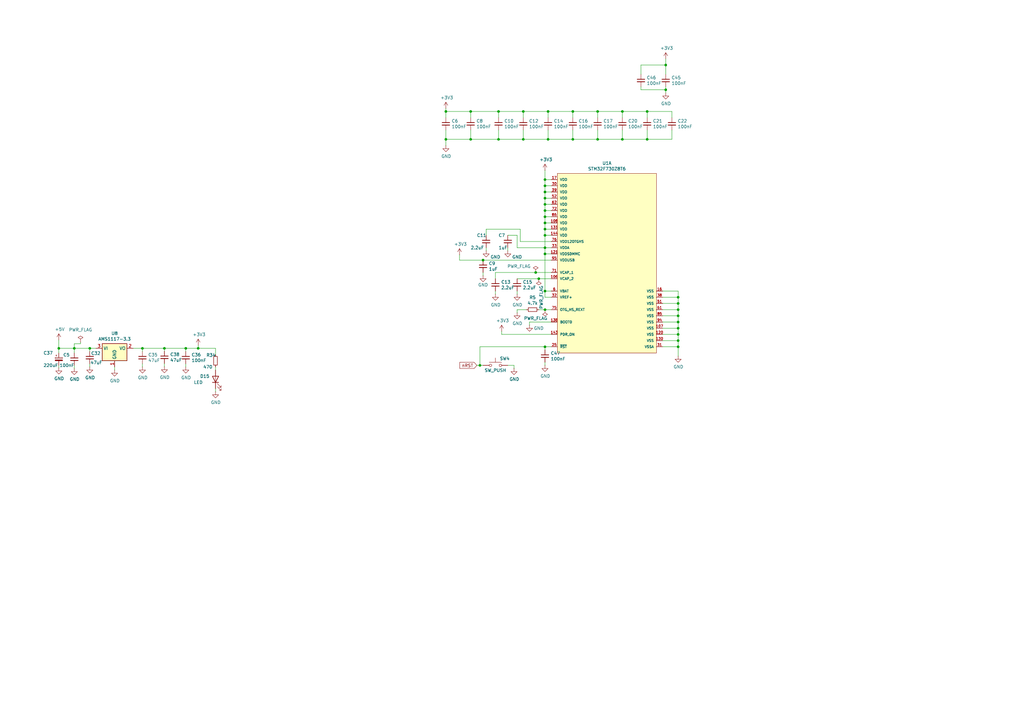
<source format=kicad_sch>
(kicad_sch (version 20250114) (generator "eeschema") (generator_version "9.0")
  (paper "A3")
  (title_block (title "Greaseweazle F7 Lighting, USB PD") (date "2023-08-27") (rev "2.08") (company "SweProj.com"))
  (lib_symbols
    (symbol "Device:C_Polarized_Small" (pin_numbers (hide yes)) (pin_names (offset 0.254) (hide yes))
      (property "Reference" "C" (at 0.254 1.778 0))
      (property "Value" "C_Polarized_Small" (at 0.254 -2.032 0))
      (symbol "C_Polarized_Small_0_1"
        (rectangle (start -1.524 0.6858) (end 1.524 0.3048))
        (rectangle (start -1.524 -0.3048) (end 1.524 -0.6858) (fill (type outline)))
        (polyline (pts (xy -1.27 1.524) (xy -0.762 1.524)))
        (polyline (pts (xy -1.016 1.27) (xy -1.016 1.778)))
      )
      (symbol "C_Polarized_Small_1_1"
        (pin passive line (at 0 2.54 270) (length 1.8542) (name "~") (number "1"))
        (pin passive line (at 0 -2.54 90) (length 1.8542) (name "~") (number "2"))
      )
    )
    (symbol "Device:C_Small" (pin_numbers (hide yes)) (pin_names (offset 0.254) (hide yes))
      (property "Reference" "C" (at 0.254 1.778 0))
      (property "Value" "C_Small" (at 0.254 -2.032 0))
      (symbol "C_Small_0_1"
        (polyline (pts (xy -1.524 0.508) (xy 1.524 0.508)) (stroke (width 0.3048)))
        (polyline (pts (xy -1.524 -0.508) (xy 1.524 -0.508)) (stroke (width 0.3302)))
      )
      (symbol "C_Small_1_1"
        (pin passive line (at 0 2.54 270) (length 2.032) (name "~") (number "1"))
        (pin passive line (at 0 -2.54 90) (length 2.032) (name "~") (number "2"))
      )
    )
    (symbol "Device:LED" (pin_numbers (hide yes)) (pin_names (offset 1.016) (hide yes))
      (property "Reference" "D" (at 0 2.54 0))
      (property "Value" "LED" (at 0 -2.54 0))
      (symbol "LED_0_1"
        (polyline (pts (xy -3.048 -0.762) (xy -4.572 -2.286) (xy -3.81 -2.286) (xy -4.572 -2.286) (xy -4.572 -1.524)))
        (polyline (pts (xy -1.778 -0.762) (xy -3.302 -2.286) (xy -2.54 -2.286) (xy -3.302 -2.286) (xy -3.302 -1.524)))
        (polyline (pts (xy -1.27 0) (xy 1.27 0)))
        (polyline (pts (xy -1.27 -1.27) (xy -1.27 1.27)) (stroke (width 0.254)))
        (polyline (pts (xy 1.27 -1.27) (xy 1.27 1.27) (xy -1.27 0) (xy 1.27 -1.27)) (stroke (width 0.254)))
      )
      (symbol "LED_1_1"
        (pin passive line (at -3.81 0 0) (length 2.54) (name "K") (number "1"))
        (pin passive line (at 3.81 0 180) (length 2.54) (name "A") (number "2"))
      )
    )
    (symbol "Device:R_Small" (pin_numbers (hide yes)) (pin_names (offset 0.254) (hide yes))
      (property "Reference" "R" (at 0 0 90))
      (property "Value" "R_Small" (at 1.778 0 90))
      (symbol "R_Small_0_1"
        (rectangle (start -0.762 1.778) (end 0.762 -1.778) (stroke (width 0.2032)))
      )
      (symbol "R_Small_1_1"
        (pin passive line (at 0 2.54 270) (length 0.762) (name "~") (number "1"))
        (pin passive line (at 0 -2.54 90) (length 0.762) (name "~") (number "2"))
      )
    )
    (symbol "Greaseweazle:STM32F730Z8T6" (pin_names (offset 1.016))
      (property "Reference" "U" (at 0 5.08 0))
      (property "Value" "STM32F730Z8T6" (at 0 7.62 0))
      (symbol "STM32F730Z8T6_1_1"
        (rectangle (start 5.08 2.54) (end 45.72 -71.12) (fill (type background)))
        (pin power_in line (at 2.54 0 0) (length 2.54) (name "VDD") (number "17"))
        (pin power_in line (at 2.54 -2.54 0) (length 2.54) (name "VDD") (number "30"))
        (pin power_in line (at 2.54 -5.08 0) (length 2.54) (name "VDD") (number "39"))
        (pin power_in line (at 2.54 -7.62 0) (length 2.54) (name "VDD") (number "52"))
        (pin power_in line (at 2.54 -10.16 0) (length 2.54) (name "VDD") (number "62"))
        (pin power_in line (at 2.54 -12.7 0) (length 2.54) (name "VDD") (number "72"))
        (pin power_in line (at 2.54 -15.24 0) (length 2.54) (name "VDD") (number "86"))
        (pin power_in line (at 2.54 -17.78 0) (length 2.54) (name "VDD") (number "108"))
        (pin power_in line (at 2.54 -20.32 0) (length 2.54) (name "VDD") (number "131"))
        (pin power_in line (at 2.54 -22.86 0) (length 2.54) (name "VDD") (number "144"))
        (pin passive line (at 2.54 -25.4 0) (length 2.54) (name "VDD12OTGHS") (number "76"))
        (pin power_in line (at 2.54 -27.94 0) (length 2.54) (name "VDDA") (number "33"))
        (pin power_in line (at 2.54 -30.48 0) (length 2.54) (name "VDDSDMMC") (number "121"))
        (pin power_in line (at 2.54 -33.02 0) (length 2.54) (name "VDDUSB") (number "95"))
        (pin power_in line (at 2.54 -38.1 0) (length 2.54) (name "VCAP_1") (number "71"))
        (pin power_in line (at 2.54 -40.64 0) (length 2.54) (name "VCAP_2") (number "106"))
        (pin power_in line (at 2.54 -45.72 0) (length 2.54) (name "VBAT") (number "6"))
        (pin power_in line (at 2.54 -48.26 0) (length 2.54) (name "VREF+") (number "32"))
        (pin power_in line (at 2.54 -53.34 0) (length 2.54) (name "OTG_HS_REXT") (number "75"))
        (pin passive line (at 2.54 -58.42 0) (length 2.54) (name "BOOT0") (number "138"))
        (pin power_in line (at 2.54 -63.5 0) (length 2.54) (name "PDR_ON") (number "143"))
        (pin input line (at 2.54 -68.58 0) (length 2.54) (name "~{RST}") (number "25"))
        (pin power_in line (at 48.26 -45.72 180) (length 2.54) (name "VSS") (number "16"))
        (pin power_in line (at 48.26 -48.26 180) (length 2.54) (name "VSS") (number "38"))
        (pin power_in line (at 48.26 -50.8 180) (length 2.54) (name "VSS") (number "51"))
        (pin power_in line (at 48.26 -53.34 180) (length 2.54) (name "VSS") (number "61"))
        (pin power_in line (at 48.26 -55.88 180) (length 2.54) (name "VSS") (number "85"))
        (pin power_in line (at 48.26 -58.42 180) (length 2.54) (name "VSS") (number "94"))
        (pin power_in line (at 48.26 -60.96 180) (length 2.54) (name "VSS") (number "107"))
        (pin power_in line (at 48.26 -63.5 180) (length 2.54) (name "VSS") (number "120"))
        (pin power_in line (at 48.26 -66.04 180) (length 2.54) (name "VSS") (number "130"))
        (pin power_in line (at 48.26 -68.58 180) (length 2.54) (name "VSSA") (number "31"))
      )
      (symbol "STM32F730Z8T6_2_1"
        (rectangle (start 5.08 2.54) (end 22.86 -83.82) (fill (type background)))
        (pin bidirectional line (at 2.54 0 0) (length 2.54) (name "PA0") (number "34"))
        (pin bidirectional line (at 2.54 -2.54 0) (length 2.54) (name "PA1") (number "35"))
        (pin bidirectional line (at 2.54 -5.08 0) (length 2.54) (name "PA2") (number "36"))
        (pin bidirectional line (at 2.54 -7.62 0) (length 2.54) (name "PA3") (number "37"))
        (pin bidirectional line (at 2.54 -10.16 0) (length 2.54) (name "PA4") (number "40"))
        (pin bidirectional line (at 2.54 -12.7 0) (length 2.54) (name "PA5") (number "41"))
        (pin bidirectional line (at 2.54 -15.24 0) (length 2.54) (name "PA6") (number "42"))
        (pin bidirectional line (at 2.54 -17.78 0) (length 2.54) (name "PA7") (number "43"))
        (pin bidirectional line (at 2.54 -20.32 0) (length 2.54) (name "PA8") (number "100"))
        (pin bidirectional line (at 2.54 -22.86 0) (length 2.54) (name "PA9") (number "101"))
        (pin bidirectional line (at 2.54 -25.4 0) (length 2.54) (name "PA10") (number "102"))
        (pin bidirectional line (at 2.54 -27.94 0) (length 2.54) (name "PA11") (number "103"))
        (pin bidirectional line (at 2.54 -30.48 0) (length 2.54) (name "PA12") (number "104"))
        (pin bidirectional line (at 2.54 -33.02 0) (length 2.54) (name "PA13") (number "105"))
        (pin bidirectional line (at 2.54 -35.56 0) (length 2.54) (name "PA14") (number "109"))
        (pin bidirectional line (at 2.54 -38.1 0) (length 2.54) (name "PA15") (number "110"))
        (pin bidirectional line (at 2.54 -43.18 0) (length 2.54) (name "PB0") (number "46"))
        (pin bidirectional line (at 2.54 -45.72 0) (length 2.54) (name "PB1") (number "47"))
        (pin bidirectional line (at 2.54 -48.26 0) (length 2.54) (name "PB2") (number "48"))
        (pin bidirectional line (at 2.54 -50.8 0) (length 2.54) (name "PB3") (number "133"))
        (pin bidirectional line (at 2.54 -53.34 0) (length 2.54) (name "PB4") (number "134"))
        (pin bidirectional line (at 2.54 -55.88 0) (length 2.54) (name "PB5") (number "135"))
        (pin bidirectional line (at 2.54 -58.42 0) (length 2.54) (name "PB6") (number "136"))
        (pin bidirectional line (at 2.54 -60.96 0) (length 2.54) (name "PB7") (number "137"))
        (pin bidirectional line (at 2.54 -63.5 0) (length 2.54) (name "PB8") (number "139"))
        (pin bidirectional line (at 2.54 -66.04 0) (length 2.54) (name "PB9") (number "140"))
        (pin bidirectional line (at 2.54 -68.58 0) (length 2.54) (name "PB10") (number "69"))
        (pin bidirectional line (at 2.54 -71.12 0) (length 2.54) (name "PB11") (number "70"))
        (pin bidirectional line (at 2.54 -73.66 0) (length 2.54) (name "PB12") (number "73"))
        (pin bidirectional line (at 2.54 -76.2 0) (length 2.54) (name "PB13") (number "74"))
        (pin bidirectional line (at 2.54 -78.74 0) (length 2.54) (name "PB14") (number "77"))
        (pin bidirectional line (at 2.54 -81.28 0) (length 2.54) (name "PB15") (number "78"))
        (pin bidirectional line (at 25.4 0 180) (length 2.54) (name "PC0") (number "26"))
        (pin bidirectional line (at 25.4 -2.54 180) (length 2.54) (name "PC1") (number "27"))
        (pin bidirectional line (at 25.4 -5.08 180) (length 2.54) (name "PC2") (number "28"))
        (pin bidirectional line (at 25.4 -7.62 180) (length 2.54) (name "PC3") (number "29"))
        (pin bidirectional line (at 25.4 -10.16 180) (length 2.54) (name "PC4") (number "44"))
        (pin bidirectional line (at 25.4 -12.7 180) (length 2.54) (name "PC5") (number "45"))
        (pin bidirectional line (at 25.4 -15.24 180) (length 2.54) (name "PC6") (number "96"))
        (pin bidirectional line (at 25.4 -17.78 180) (length 2.54) (name "PC7") (number "97"))
        (pin bidirectional line (at 25.4 -20.32 180) (length 2.54) (name "PC8") (number "98"))
        (pin bidirectional line (at 25.4 -22.86 180) (length 2.54) (name "PC9") (number "99"))
        (pin bidirectional line (at 25.4 -25.4 180) (length 2.54) (name "PC10") (number "111"))
        (pin bidirectional line (at 25.4 -27.94 180) (length 2.54) (name "PC11") (number "112"))
        (pin bidirectional line (at 25.4 -30.48 180) (length 2.54) (name "PC12") (number "113"))
        (pin bidirectional line (at 25.4 -33.02 180) (length 2.54) (name "PC13") (number "7"))
        (pin bidirectional line (at 25.4 -35.56 180) (length 2.54) (name "PC14") (number "8"))
        (pin bidirectional line (at 25.4 -38.1 180) (length 2.54) (name "PC15") (number "9"))
        (pin bidirectional line (at 25.4 -43.18 180) (length 2.54) (name "PD0") (number "114"))
        (pin bidirectional line (at 25.4 -45.72 180) (length 2.54) (name "PD1") (number "115"))
        (pin bidirectional line (at 25.4 -48.26 180) (length 2.54) (name "PD2") (number "116"))
        (pin bidirectional line (at 25.4 -50.8 180) (length 2.54) (name "PD3") (number "117"))
        (pin bidirectional line (at 25.4 -53.34 180) (length 2.54) (name "PD4") (number "118"))
        (pin bidirectional line (at 25.4 -55.88 180) (length 2.54) (name "PD5") (number "119"))
        (pin bidirectional line (at 25.4 -58.42 180) (length 2.54) (name "PD6") (number "122"))
        (pin bidirectional line (at 25.4 -60.96 180) (length 2.54) (name "PD7") (number "123"))
        (pin bidirectional line (at 25.4 -63.5 180) (length 2.54) (name "PD8") (number "79"))
        (pin bidirectional line (at 25.4 -66.04 180) (length 2.54) (name "PD9") (number "80"))
        (pin bidirectional line (at 25.4 -68.58 180) (length 2.54) (name "PD10") (number "81"))
        (pin bidirectional line (at 25.4 -71.12 180) (length 2.54) (name "PD11") (number "82"))
        (pin bidirectional line (at 25.4 -73.66 180) (length 2.54) (name "PD12") (number "83"))
        (pin bidirectional line (at 25.4 -76.2 180) (length 2.54) (name "PD13") (number "84"))
        (pin bidirectional line (at 25.4 -78.74 180) (length 2.54) (name "PD14") (number "87"))
        (pin bidirectional line (at 25.4 -81.28 180) (length 2.54) (name "PD15") (number "88"))
      )
      (symbol "STM32F730Z8T6_3_1"
        (rectangle (start 5.08 2.54) (end 22.86 -83.82) (fill (type background)))
        (pin bidirectional line (at 2.54 0 0) (length 2.54) (name "PE0") (number "141"))
        (pin bidirectional line (at 2.54 -2.54 0) (length 2.54) (name "PE1") (number "142"))
        (pin bidirectional line (at 2.54 -5.08 0) (length 2.54) (name "PE2") (number "1"))
        (pin bidirectional line (at 2.54 -7.62 0) (length 2.54) (name "PE3") (number "2"))
        (pin bidirectional line (at 2.54 -10.16 0) (length 2.54) (name "PE4") (number "3"))
        (pin bidirectional line (at 2.54 -12.7 0) (length 2.54) (name "PE5") (number "4"))
        (pin bidirectional line (at 2.54 -15.24 0) (length 2.54) (name "PE6") (number "5"))
        (pin bidirectional line (at 2.54 -17.78 0) (length 2.54) (name "PE7") (number "58"))
        (pin bidirectional line (at 2.54 -20.32 0) (length 2.54) (name "PE8") (number "59"))
        (pin bidirectional line (at 2.54 -22.86 0) (length 2.54) (name "PE9") (number "60"))
        (pin bidirectional line (at 2.54 -25.4 0) (length 2.54) (name "PE10") (number "63"))
        (pin bidirectional line (at 2.54 -27.94 0) (length 2.54) (name "PE11") (number "64"))
        (pin bidirectional line (at 2.54 -30.48 0) (length 2.54) (name "PE12") (number "65"))
        (pin bidirectional line (at 2.54 -33.02 0) (length 2.54) (name "PE13") (number "66"))
        (pin bidirectional line (at 2.54 -35.56 0) (length 2.54) (name "PE14") (number "67"))
        (pin bidirectional line (at 2.54 -38.1 0) (length 2.54) (name "PE15") (number "68"))
        (pin bidirectional line (at 2.54 -43.18 0) (length 2.54) (name "PF0") (number "10"))
        (pin bidirectional line (at 2.54 -45.72 0) (length 2.54) (name "PF1") (number "11"))
        (pin bidirectional line (at 2.54 -48.26 0) (length 2.54) (name "PF2") (number "12"))
        (pin bidirectional line (at 2.54 -50.8 0) (length 2.54) (name "PF3") (number "13"))
        (pin bidirectional line (at 2.54 -53.34 0) (length 2.54) (name "PF4") (number "14"))
        (pin bidirectional line (at 2.54 -55.88 0) (length 2.54) (name "PF5") (number "15"))
        (pin bidirectional line (at 2.54 -58.42 0) (length 2.54) (name "PF6") (number "18"))
        (pin bidirectional line (at 2.54 -60.96 0) (length 2.54) (name "PF7") (number "19"))
        (pin bidirectional line (at 2.54 -63.5 0) (length 2.54) (name "PF8") (number "20"))
        (pin bidirectional line (at 2.54 -66.04 0) (length 2.54) (name "PF9") (number "21"))
        (pin bidirectional line (at 2.54 -68.58 0) (length 2.54) (name "PF10") (number "22"))
        (pin bidirectional line (at 2.54 -71.12 0) (length 2.54) (name "PF11") (number "49"))
        (pin bidirectional line (at 2.54 -73.66 0) (length 2.54) (name "PF12") (number "50"))
        (pin bidirectional line (at 2.54 -76.2 0) (length 2.54) (name "PF13") (number "53"))
        (pin bidirectional line (at 2.54 -78.74 0) (length 2.54) (name "PF14") (number "54"))
        (pin bidirectional line (at 2.54 -81.28 0) (length 2.54) (name "PF15") (number "55"))
        (pin bidirectional line (at 25.4 0 180) (length 2.54) (name "PG0") (number "56"))
        (pin bidirectional line (at 25.4 -2.54 180) (length 2.54) (name "PG1") (number "57"))
        (pin bidirectional line (at 25.4 -5.08 180) (length 2.54) (name "PG2") (number "89"))
        (pin bidirectional line (at 25.4 -7.62 180) (length 2.54) (name "PG3") (number "90"))
        (pin bidirectional line (at 25.4 -10.16 180) (length 2.54) (name "PG4") (number "91"))
        (pin bidirectional line (at 25.4 -12.7 180) (length 2.54) (name "PG5") (number "92"))
        (pin bidirectional line (at 25.4 -15.24 180) (length 2.54) (name "PG8") (number "93"))
        (pin bidirectional line (at 25.4 -17.78 180) (length 2.54) (name "PG9") (number "124"))
        (pin bidirectional line (at 25.4 -20.32 180) (length 2.54) (name "PG10") (number "125"))
        (pin bidirectional line (at 25.4 -22.86 180) (length 2.54) (name "PG11") (number "126"))
        (pin bidirectional line (at 25.4 -25.4 180) (length 2.54) (name "PG12") (number "127"))
        (pin bidirectional line (at 25.4 -27.94 180) (length 2.54) (name "PG13") (number "128"))
        (pin bidirectional line (at 25.4 -30.48 180) (length 2.54) (name "PG14") (number "129"))
        (pin bidirectional line (at 25.4 -33.02 180) (length 2.54) (name "PG15") (number "132"))
        (pin bidirectional line (at 25.4 -43.18 180) (length 2.54) (name "PH0") (number "23"))
        (pin bidirectional line (at 25.4 -45.72 180) (length 2.54) (name "PH1") (number "24"))
      )
    )
    (symbol "Regulator_Linear:AMS1117-3.3"
      (property "Reference" "U" (at -3.81 3.175 0))
      (property "Value" "AMS1117-3.3" (at 0 3.175 0))
      (symbol "AMS1117-3.3_0_1"
        (rectangle (start -5.08 -5.08) (end 5.08 1.905) (stroke (width 0.254)) (fill (type background)))
      )
      (symbol "AMS1117-3.3_1_1"
        (pin power_in line (at -7.62 0 0) (length 2.54) (name "VI") (number "3"))
        (pin power_in line (at 0 -7.62 90) (length 2.54) (name "GND") (number "1"))
        (pin power_out line (at 7.62 0 180) (length 2.54) (name "VO") (number "2"))
      )
    )
    (symbol "Switch:SW_Push" (pin_numbers (hide yes)) (pin_names (offset 1.016) (hide yes))
      (property "Reference" "SW" (at 1.27 2.54 0))
      (property "Value" "SW_Push" (at 0 -1.524 0))
      (symbol "SW_Push_0_1"
        (circle (center -2.032 0) (radius 0.508))
        (polyline (pts (xy 0 1.27) (xy 0 3.048)))
        (circle (center 2.032 0) (radius 0.508))
        (polyline (pts (xy 2.54 1.27) (xy -2.54 1.27)))
        (pin passive line (at -5.08 0 0) (length 2.54) (name "1") (number "1"))
        (pin passive line (at 5.08 0 180) (length 2.54) (name "2") (number "2"))
      )
    )
    (symbol "power:+3.3V" (power) (pin_numbers (hide yes)) (pin_names (offset 0) (hide yes))
      (property "Value" "+3.3V" (at 0 3.556 0))
      (symbol "+3.3V_0_1"
        (polyline (pts (xy -0.762 1.27) (xy 0 2.54)))
        (polyline (pts (xy 0 2.54) (xy 0.762 1.27)))
        (polyline (pts (xy 0 0) (xy 0 2.54)))
      )
      (symbol "+3.3V_1_1"
        (pin power_in line (at 0 0 90) (length 0) (name "~") (number "1"))
      )
    )
    (symbol "power:+3V3" (power) (pin_numbers (hide yes)) (pin_names (offset 0) (hide yes))
      (property "Value" "+3V3" (at 0 3.556 0))
      (symbol "+3V3_0_1"
        (polyline (pts (xy -0.762 1.27) (xy 0 2.54)))
        (polyline (pts (xy 0 2.54) (xy 0.762 1.27)))
        (polyline (pts (xy 0 0) (xy 0 2.54)))
      )
      (symbol "+3V3_1_1"
        (pin power_in line (at 0 0 90) (length 0) (name "~") (number "1"))
      )
    )
    (symbol "power:+5V" (power) (pin_numbers (hide yes)) (pin_names (offset 0) (hide yes))
      (property "Value" "+5V" (at 0 3.556 0))
      (symbol "+5V_0_1"
        (polyline (pts (xy -0.762 1.27) (xy 0 2.54)))
        (polyline (pts (xy 0 2.54) (xy 0.762 1.27)))
        (polyline (pts (xy 0 0) (xy 0 2.54)))
      )
      (symbol "+5V_1_1"
        (pin power_in line (at 0 0 90) (length 0) (name "~") (number "1"))
      )
    )
    (symbol "power:GND" (power) (pin_numbers (hide yes)) (pin_names (offset 0) (hide yes))
      (property "Value" "GND" (at 0 -3.81 0))
      (symbol "GND_0_1"
        (polyline (pts (xy 0 0) (xy 0 -1.27) (xy 1.27 -1.27) (xy 0 -2.54) (xy -1.27 -1.27) (xy 0 -1.27)))
      )
      (symbol "GND_1_1"
        (pin power_in line (at 0 0 270) (length 0) (name "~") (number "1"))
      )
    )
    (symbol "power:PWR_FLAG" (power) (pin_numbers (hide yes)) (pin_names (offset 0) (hide yes))
      (property "Value" "PWR_FLAG" (at 0 3.81 0))
      (symbol "PWR_FLAG_0_0"
        (pin power_out line (at 0 0 90) (length 0) (name "~") (number "1"))
      )
      (symbol "PWR_FLAG_0_1"
        (polyline (pts (xy 0 0) (xy 0 1.27) (xy -1.016 1.905) (xy 0 2.54) (xy 1.016 1.905) (xy 0 1.27)))
      )
    )
  )
  (junction (at 198.12 106.68))
  (junction (at 67.437 142.875))
  (junction (at 193.04 45.72))
  (junction (at 224.79 45.72))
  (junction (at 223.52 83.82))
  (junction (at 234.95 45.72))
  (junction (at 223.52 86.36))
  (junction (at 223.52 142.24))
  (junction (at 265.43 57.15))
  (junction (at 214.63 45.72))
  (junction (at 81.28 142.875))
  (junction (at 255.27 57.15))
  (junction (at 223.52 78.74))
  (junction (at 265.43 45.72))
  (junction (at 223.52 101.6))
  (junction (at 204.47 45.72))
  (junction (at 36.83 142.875))
  (junction (at 182.88 45.72))
  (junction (at 245.11 45.72))
  (junction (at 214.63 57.15))
  (junction (at 58.42 142.875))
  (junction (at 219.71 111.76))
  (junction (at 196.85 149.86))
  (junction (at 278.13 139.7))
  (junction (at 245.11 57.15))
  (junction (at 223.52 96.52))
  (junction (at 24.13 142.875))
  (junction (at 278.13 132.08))
  (junction (at 224.79 57.15))
  (junction (at 223.52 81.28))
  (junction (at 223.52 91.44))
  (junction (at 223.52 93.98))
  (junction (at 255.27 45.72))
  (junction (at 273.05 36.83))
  (junction (at 204.47 57.15))
  (junction (at 234.95 57.15))
  (junction (at 278.13 121.92))
  (junction (at 278.13 137.16))
  (junction (at 278.13 127))
  (junction (at 30.48 142.875))
  (junction (at 278.13 124.46))
  (junction (at 223.52 73.66))
  (junction (at 223.52 119.38))
  (junction (at 193.04 57.15))
  (junction (at 220.98 114.3))
  (junction (at 223.52 76.2))
  (junction (at 273.05 26.67))
  (junction (at 278.13 129.54))
  (junction (at 182.88 57.15))
  (junction (at 76.2 142.875))
  (junction (at 223.5399 127))
  (junction (at 278.13 134.62))
  (junction (at 223.52 104.14))
  (junction (at 223.52 88.9))
  (junction (at 278.13 142.24))
  (wire (pts (xy 255.27 57.15) (xy 265.43 57.15)))
  (wire (pts (xy 67.437 149.098) (xy 67.437 150.368)))
  (wire (pts (xy 205.74 137.16) (xy 205.74 135.89)))
  (wire (pts (xy 212.09 127) (xy 215.9 127)))
  (wire (pts (xy 223.52 76.2) (xy 223.52 78.74)))
  (wire (pts (xy 198.12 111.76) (xy 198.12 113.03)))
  (wire (pts (xy 224.79 45.72) (xy 234.95 45.72)))
  (wire (pts (xy 226.06 101.6) (xy 223.52 101.6)))
  (wire (pts (xy 214.63 57.15) (xy 224.79 57.15)))
  (wire (pts (xy 217.17 132.08) (xy 217.17 133.35)))
  (wire (pts (xy 196.85 142.24) (xy 223.52 142.24)))
  (wire (pts (xy 271.78 129.54) (xy 278.13 129.54)))
  (wire (pts (xy 81.28 142.875) (xy 88.392 142.875)))
  (wire (pts (xy 24.13 149.86) (xy 24.13 150.876)))
  (wire (pts (xy 88.392 142.875) (xy 88.392 145.415)))
  (wire (pts (xy 193.04 57.15) (xy 204.47 57.15)))
  (wire (pts (xy 223.52 78.74) (xy 223.52 81.28)))
  (wire (pts (xy 271.78 127) (xy 278.13 127)))
  (wire (pts (xy 24.13 142.875) (xy 24.13 144.78)))
  (wire (pts (xy 199.39 101.6) (xy 199.39 102.87)))
  (wire (pts (xy 204.47 45.72) (xy 214.63 45.72)))
  (wire (pts (xy 214.63 48.26) (xy 214.63 45.72)))
  (wire (pts (xy 278.13 142.24) (xy 278.13 146.05)))
  (wire (pts (xy 76.2 144.145) (xy 76.2 142.875)))
  (wire (pts (xy 204.47 57.15) (xy 214.63 57.15)))
  (wire (pts (xy 203.2 119.38) (xy 203.2 120.65)))
  (wire (pts (xy 223.52 86.36) (xy 226.06 86.36)))
  (wire (pts (xy 278.13 132.08) (xy 278.13 134.62)))
  (wire (pts (xy 224.79 57.15) (xy 234.95 57.15)))
  (wire (pts (xy 214.63 45.72) (xy 224.79 45.72)))
  (wire (pts (xy 223.5399 127) (xy 226.06 127)))
  (wire (pts (xy 245.11 45.72) (xy 255.27 45.72)))
  (wire (pts (xy 271.78 121.92) (xy 278.13 121.92)))
  (wire (pts (xy 33.02 140.97) (xy 33.02 140.335)))
  (wire (pts (xy 88.392 160.655) (xy 88.392 159.385)))
  (wire (pts (xy 271.78 124.46) (xy 278.13 124.46)))
  (wire (pts (xy 182.88 53.34) (xy 182.88 57.15)))
  (wire (pts (xy 262.89 35.56) (xy 262.89 36.83)))
  (wire (pts (xy 182.88 44.45) (xy 182.88 45.72)))
  (wire (pts (xy 182.88 57.15) (xy 193.04 57.15)))
  (wire (pts (xy 234.95 48.26) (xy 234.95 45.72)))
  (wire (pts (xy 223.52 86.36) (xy 223.52 88.9)))
  (wire (pts (xy 199.39 96.52) (xy 199.39 93.98)))
  (wire (pts (xy 223.52 83.82) (xy 226.06 83.82)))
  (wire (pts (xy 76.2 149.225) (xy 76.2 150.495)))
  (wire (pts (xy 271.78 142.24) (xy 278.13 142.24)))
  (wire (pts (xy 30.48 140.97) (xy 33.02 140.97)))
  (wire (pts (xy 245.11 57.15) (xy 255.27 57.15)))
  (wire (pts (xy 278.13 129.54) (xy 278.13 132.08)))
  (wire (pts (xy 278.13 139.7) (xy 278.13 142.24)))
  (wire (pts (xy 46.99 150.495) (xy 46.99 151.765)))
  (wire (pts (xy 212.09 101.6) (xy 223.52 101.6)))
  (wire (pts (xy 220.98 127) (xy 223.5399 127)))
  (wire (pts (xy 226.06 119.38) (xy 223.52 119.38)))
  (wire (pts (xy 223.52 83.82) (xy 223.52 86.36)))
  (wire (pts (xy 208.28 149.86) (xy 210.82 149.86)))
  (wire (pts (xy 213.36 99.06) (xy 226.06 99.06)))
  (wire (pts (xy 234.95 53.34) (xy 234.95 57.15)))
  (wire (pts (xy 67.437 142.875) (xy 76.2 142.875)))
  (wire (pts (xy 223.52 91.44) (xy 223.52 93.98)))
  (wire (pts (xy 223.52 76.2) (xy 226.06 76.2)))
  (wire (pts (xy 76.2 142.875) (xy 81.28 142.875)))
  (wire (pts (xy 226.06 137.16) (xy 205.74 137.16)))
  (wire (pts (xy 208.28 101.6) (xy 208.28 102.87)))
  (wire (pts (xy 223.52 81.28) (xy 223.52 83.82)))
  (wire (pts (xy 271.78 137.16) (xy 278.13 137.16)))
  (wire (pts (xy 271.78 132.08) (xy 278.13 132.08)))
  (wire (pts (xy 223.52 78.74) (xy 226.06 78.74)))
  (wire (pts (xy 198.12 106.68) (xy 226.06 106.68)))
  (wire (pts (xy 273.05 26.67) (xy 273.05 30.48)))
  (wire (pts (xy 262.89 26.67) (xy 273.05 26.67)))
  (wire (pts (xy 234.95 45.72) (xy 245.11 45.72)))
  (wire (pts (xy 226.06 132.08) (xy 217.17 132.08)))
  (wire (pts (xy 275.59 48.26) (xy 275.59 45.72)))
  (wire (pts (xy 182.88 45.72) (xy 182.88 48.26)))
  (wire (pts (xy 234.95 57.15) (xy 245.11 57.15)))
  (wire (pts (xy 265.43 48.26) (xy 265.43 45.72)))
  (wire (pts (xy 193.04 45.72) (xy 193.04 48.26)))
  (wire (pts (xy 278.13 119.38) (xy 278.13 121.92)))
  (wire (pts (xy 212.09 119.38) (xy 212.09 120.65)))
  (wire (pts (xy 255.27 53.34) (xy 255.27 57.15)))
  (wire (pts (xy 188.468 106.68) (xy 198.12 106.68)))
  (wire (pts (xy 223.52 101.6) (xy 223.52 96.52)))
  (wire (pts (xy 58.42 144.145) (xy 58.42 142.875)))
  (wire (pts (xy 67.437 142.875) (xy 67.437 144.018)))
  (wire (pts (xy 36.83 142.875) (xy 39.37 142.875)))
  (wire (pts (xy 223.52 104.14) (xy 223.52 101.6)))
  (wire (pts (xy 278.13 124.46) (xy 278.13 127)))
  (wire (pts (xy 255.27 45.72) (xy 265.43 45.72)))
  (wire (pts (xy 223.52 119.38) (xy 223.52 104.14)))
  (wire (pts (xy 278.13 137.16) (xy 278.13 139.7)))
  (wire (pts (xy 223.52 81.28) (xy 226.06 81.28)))
  (wire (pts (xy 182.88 45.72) (xy 193.04 45.72)))
  (wire (pts (xy 210.82 149.86) (xy 210.82 151.13)))
  (wire (pts (xy 193.04 53.34) (xy 193.04 57.15)))
  (wire (pts (xy 219.71 111.76) (xy 226.06 111.76)))
  (wire (pts (xy 213.36 93.98) (xy 213.36 99.06)))
  (wire (pts (xy 255.27 48.26) (xy 255.27 45.72)))
  (wire (pts (xy 273.05 35.56) (xy 273.05 36.83)))
  (wire (pts (xy 204.47 45.72) (xy 204.47 48.26)))
  (wire (pts (xy 199.39 93.98) (xy 213.36 93.98)))
  (wire (pts (xy 24.13 142.875) (xy 30.48 142.875)))
  (wire (pts (xy 223.52 142.24) (xy 223.52 143.51)))
  (wire (pts (xy 196.85 149.86) (xy 198.12 149.86)))
  (wire (pts (xy 223.52 93.98) (xy 226.06 93.98)))
  (wire (pts (xy 223.52 88.9) (xy 223.52 91.44)))
  (wire (pts (xy 245.11 53.34) (xy 245.11 57.15)))
  (wire (pts (xy 226.06 121.92) (xy 223.52 121.92)))
  (wire (pts (xy 223.52 93.98) (xy 223.52 96.52)))
  (wire (pts (xy 226.06 104.14) (xy 223.52 104.14)))
  (wire (pts (xy 81.28 142.875) (xy 81.28 141.605)))
  (wire (pts (xy 275.59 53.34) (xy 275.59 57.15)))
  (wire (pts (xy 278.13 121.92) (xy 278.13 124.46)))
  (wire (pts (xy 214.63 53.34) (xy 214.63 57.15)))
  (wire (pts (xy 58.42 142.875) (xy 67.437 142.875)))
  (wire (pts (xy 223.52 142.24) (xy 226.06 142.24)))
  (wire (pts (xy 226.06 73.66) (xy 223.52 73.66)))
  (wire (pts (xy 212.09 114.3) (xy 220.98 114.3)))
  (wire (pts (xy 188.468 104.521) (xy 188.468 106.68)))
  (wire (pts (xy 58.42 149.225) (xy 58.42 150.495)))
  (wire (pts (xy 223.52 121.92) (xy 223.52 119.38)))
  (wire (pts (xy 30.48 142.875) (xy 36.83 142.875)))
  (wire (pts (xy 203.2 114.3) (xy 203.2 111.76)))
  (wire (pts (xy 220.98 114.3) (xy 226.06 114.3)))
  (wire (pts (xy 223.52 91.44) (xy 226.06 91.44)))
  (wire (pts (xy 212.09 128.27) (xy 212.09 127)))
  (wire (pts (xy 193.04 45.72) (xy 204.47 45.72)))
  (wire (pts (xy 278.13 127) (xy 278.13 129.54)))
  (wire (pts (xy 265.43 57.15) (xy 275.59 57.15)))
  (wire (pts (xy 265.43 45.72) (xy 275.59 45.72)))
  (wire (pts (xy 223.52 73.66) (xy 223.52 69.85)))
  (wire (pts (xy 273.05 24.13) (xy 273.05 26.67)))
  (wire (pts (xy 271.78 134.62) (xy 278.13 134.62)))
  (wire (pts (xy 54.61 142.875) (xy 58.42 142.875)))
  (wire (pts (xy 223.52 148.59) (xy 223.52 149.86)))
  (wire (pts (xy 278.13 134.62) (xy 278.13 137.16)))
  (wire (pts (xy 265.43 53.34) (xy 265.43 57.15)))
  (wire (pts (xy 224.79 45.72) (xy 224.79 48.26)))
  (wire (pts (xy 223.52 73.66) (xy 223.52 76.2)))
  (wire (pts (xy 30.48 149.86) (xy 30.48 151.13)))
  (wire (pts (xy 196.85 142.24) (xy 196.85 149.86)))
  (wire (pts (xy 223.52 96.52) (xy 226.06 96.52)))
  (wire (pts (xy 195.58 149.86) (xy 196.85 149.86)))
  (wire (pts (xy 245.11 45.72) (xy 245.11 48.26)))
  (wire (pts (xy 262.89 36.83) (xy 273.05 36.83)))
  (wire (pts (xy 223.52 88.9) (xy 226.06 88.9)))
  (wire (pts (xy 30.48 142.875) (xy 30.48 144.78)))
  (wire (pts (xy 30.48 140.97) (xy 30.48 142.875)))
  (wire (pts (xy 273.05 36.83) (xy 273.05 38.1)))
  (wire (pts (xy 208.28 96.52) (xy 212.09 96.52)))
  (wire (pts (xy 24.13 139.446) (xy 24.13 142.875)))
  (wire (pts (xy 182.88 57.15) (xy 182.88 59.69)))
  (wire (pts (xy 203.2 111.76) (xy 219.71 111.76)))
  (wire (pts (xy 271.78 139.7) (xy 278.13 139.7)))
  (wire (pts (xy 271.78 119.38) (xy 278.13 119.38)))
  (wire (pts (xy 212.09 96.52) (xy 212.09 101.6)))
  (wire (pts (xy 36.83 149.225) (xy 36.83 150.495)))
  (wire (pts (xy 262.89 30.48) (xy 262.89 26.67)))
  (wire (pts (xy 36.83 142.875) (xy 36.83 144.145)))
  (wire (pts (xy 224.79 53.34) (xy 224.79 57.15)))
  (wire (pts (xy 204.47 53.34) (xy 204.47 57.15)))
  (wire (pts (xy 88.392 150.495) (xy 88.392 151.765)))
  (global_label "nRST" (shape input) (at 195.58 149.86 180) (property "Intersheetrefs" "${INTERSHEET_REFS}" (effects (hide yes))))
  (symbol (lib_id "Device:C_Small") (at 223.52 146.05 0) (unit 1)
    (property "Reference" "C47" (at 225.8568 144.8816 0) (effects (justify left)))
    (property "Value" "100nF" (at 225.8568 147.193 0) (effects (justify left)))
    (property "Footprint" "Capacitor_SMD:C_0402_1005Metric" (effects (hide yes)))
    (property "Description" "Unpolarized capacitor, small symbol" (effects (hide yes)))
    (property "LCSC" "C1525" (effects (hide yes)))
  )
  (symbol (lib_id "power:GND") (at 223.52 149.86 0) (unit 1)
    (property "Reference" "#PWR0131" (effects (hide yes)))
    (property "Value" "GND" (at 223.647 154.2542 0))
    (property "Description" "Power symbol creates a global label with name \"GND\" , ground" (effects (hide yes)))
  )
  (symbol (lib_id "power:GND") (at 210.82 151.13 0) (unit 1)
    (property "Reference" "#PWR0132" (effects (hide yes)))
    (property "Value" "GND" (at 210.947 155.5242 0))
    (property "Description" "Power symbol creates a global label with name \"GND\" , ground" (effects (hide yes)))
  )
  (symbol (lib_id "Greaseweazle:STM32F730Z8T6") (at 223.52 73.66 0) (unit 1)
    (property "Reference" "U1" (at 248.92 66.929 0))
    (property "Value" "STM32F730Z8T6" (at 248.92 69.2404 0))
    (property "Footprint" "sm6uax:STMicroelectronics-LQFP144-1A-0-3-IPC_A" (effects (hide yes)))
    (property "Datasheet" "https://www.st.com/resource/en/datasheet/stm32f730r8.pdf" (effects (hide yes)))
    (property "Description" "STM32F730Z8T6" (effects (hide yes)))
    (property "LCSC" "C508478" (effects (hide yes)))
  )
  (symbol (lib_id "Device:C_Small") (at 275.59 50.8 0) (unit 1)
    (property "Reference" "C22" (at 277.9268 49.6316 0) (effects (justify left)))
    (property "Value" "100nF" (at 277.9268 51.943 0) (effects (justify left)))
    (property "Footprint" "Capacitor_SMD:C_0402_1005Metric" (effects (hide yes)))
    (property "Description" "Unpolarized capacitor, small symbol" (effects (hide yes)))
    (property "LCSC" "C1525" (effects (hide yes)))
  )
  (symbol (lib_id "Device:C_Small") (at 265.43 50.8 0) (unit 1)
    (property "Reference" "C21" (at 267.7668 49.6316 0) (effects (justify left)))
    (property "Value" "100nF" (at 267.7668 51.943 0) (effects (justify left)))
    (property "Footprint" "Capacitor_SMD:C_0402_1005Metric" (effects (hide yes)))
    (property "Description" "Unpolarized capacitor, small symbol" (effects (hide yes)))
    (property "LCSC" "C1525" (effects (hide yes)))
  )
  (symbol (lib_id "Device:C_Small") (at 255.27 50.8 0) (unit 1)
    (property "Reference" "C20" (at 257.6068 49.6316 0) (effects (justify left)))
    (property "Value" "100nF" (at 257.6068 51.943 0) (effects (justify left)))
    (property "Footprint" "Capacitor_SMD:C_0402_1005Metric" (effects (hide yes)))
    (property "Description" "Unpolarized capacitor, small symbol" (effects (hide yes)))
    (property "LCSC" "C1525" (effects (hide yes)))
  )
  (symbol (lib_id "Device:C_Small") (at 245.11 50.8 0) (unit 1)
    (property "Reference" "C17" (at 247.4468 49.6316 0) (effects (justify left)))
    (property "Value" "100nF" (at 247.4468 51.943 0) (effects (justify left)))
    (property "Footprint" "Capacitor_SMD:C_0402_1005Metric" (effects (hide yes)))
    (property "Description" "Unpolarized capacitor, small symbol" (effects (hide yes)))
    (property "LCSC" "C1525" (effects (hide yes)))
  )
  (symbol (lib_id "Device:C_Small") (at 234.95 50.8 0) (unit 1)
    (property "Reference" "C16" (at 237.2868 49.6316 0) (effects (justify left)))
    (property "Value" "100nF" (at 237.2868 51.943 0) (effects (justify left)))
    (property "Footprint" "Capacitor_SMD:C_0402_1005Metric" (effects (hide yes)))
    (property "Description" "Unpolarized capacitor, small symbol" (effects (hide yes)))
    (property "LCSC" "C1525" (effects (hide yes)))
  )
  (symbol (lib_id "Device:C_Small") (at 224.79 50.8 0) (unit 1)
    (property "Reference" "C14" (at 227.1268 49.6316 0) (effects (justify left)))
    (property "Value" "100nF" (at 227.1268 51.943 0) (effects (justify left)))
    (property "Footprint" "Capacitor_SMD:C_0402_1005Metric" (effects (hide yes)))
    (property "Description" "Unpolarized capacitor, small symbol" (effects (hide yes)))
    (property "LCSC" "C1525" (effects (hide yes)))
  )
  (symbol (lib_id "Device:C_Small") (at 214.63 50.8 0) (unit 1)
    (property "Reference" "C12" (at 216.9668 49.6316 0) (effects (justify left)))
    (property "Value" "100nF" (at 216.9668 51.943 0) (effects (justify left)))
    (property "Footprint" "Capacitor_SMD:C_0402_1005Metric" (effects (hide yes)))
    (property "Description" "Unpolarized capacitor, small symbol" (effects (hide yes)))
    (property "LCSC" "C1525" (effects (hide yes)))
  )
  (symbol (lib_id "Device:C_Small") (at 204.47 50.8 0) (unit 1)
    (property "Reference" "C10" (at 206.8068 49.6316 0) (effects (justify left)))
    (property "Value" "100nF" (at 206.8068 51.943 0) (effects (justify left)))
    (property "Footprint" "Capacitor_SMD:C_0402_1005Metric" (effects (hide yes)))
    (property "Description" "Unpolarized capacitor, small symbol" (effects (hide yes)))
    (property "LCSC" "C1525" (effects (hide yes)))
  )
  (symbol (lib_id "Device:C_Small") (at 193.04 50.8 0) (unit 1)
    (property "Reference" "C8" (at 195.3768 49.6316 0) (effects (justify left)))
    (property "Value" "100nF" (at 195.3768 51.943 0) (effects (justify left)))
    (property "Footprint" "Capacitor_SMD:C_0402_1005Metric" (effects (hide yes)))
    (property "Description" "Unpolarized capacitor, small symbol" (effects (hide yes)))
    (property "LCSC" "C1525" (effects (hide yes)))
  )
  (symbol (lib_id "Device:C_Small") (at 182.88 50.8 0) (unit 1)
    (property "Reference" "C6" (at 185.2168 49.6316 0) (effects (justify left)))
    (property "Value" "100nF" (at 185.2168 51.943 0) (effects (justify left)))
    (property "Footprint" "Capacitor_SMD:C_0402_1005Metric" (effects (hide yes)))
    (property "Description" "Unpolarized capacitor, small symbol" (effects (hide yes)))
    (property "LCSC" "C1525" (effects (hide yes)))
  )
  (symbol (lib_id "Device:C_Small") (at 208.28 99.06 0) (unit 1)
    (property "Reference" "C7" (at 204.47 96.52 0) (effects (justify left)))
    (property "Value" "1uF" (at 204.47 101.6 0) (effects (justify left)))
    (property "Footprint" "Capacitor_SMD:C_0603_1608Metric" (effects (hide yes)))
    (property "Description" "Unpolarized capacitor, small symbol" (effects (hide yes)))
    (property "LCSC" "C15849" (effects (hide yes)))
  )
  (symbol (lib_id "Device:C_Small") (at 198.12 109.22 0) (unit 1)
    (property "Reference" "C9" (at 200.4568 108.0516 0) (effects (justify left)))
    (property "Value" "1uF" (at 200.4568 110.363 0) (effects (justify left)))
    (property "Footprint" "Capacitor_SMD:C_0603_1608Metric" (effects (hide yes)))
    (property "Description" "Unpolarized capacitor, small symbol" (effects (hide yes)))
    (property "LCSC" "C15849" (effects (hide yes)))
  )
  (symbol (lib_id "Device:R_Small") (at 218.44 127 270) (unit 1)
    (property "Reference" "R5" (at 218.44 122.0216 90))
    (property "Value" "4.7k" (at 218.44 124.333 90))
    (property "Footprint" "Resistor_SMD:R_0402_1005Metric" (effects (hide yes)))
    (property "Description" "Resistor, small symbol" (effects (hide yes)))
    (property "LCSC" "C25900" (effects (hide yes)))
  )
  (symbol (lib_id "power:GND") (at 212.09 128.27 0) (unit 1)
    (property "Reference" "#PWR011" (effects (hide yes)))
    (property "Value" "GND" (at 212.217 132.6642 0))
    (property "Description" "Power symbol creates a global label with name \"GND\" , ground" (effects (hide yes)))
  )
  (symbol (lib_id "power:+3.3V") (at 182.88 44.45 0) (unit 1)
    (property "Reference" "#PWR0101" (effects (hide yes)))
    (property "Value" "+3V3" (at 183.261 40.0558 0))
    (property "Description" "Power symbol creates a global label with name \"+3.3V\"" (effects (hide yes)))
  )
  (symbol (lib_id "power:GND") (at 182.88 59.69 0) (unit 1)
    (property "Reference" "#PWR0109" (effects (hide yes)))
    (property "Value" "GND" (at 183.007 64.0842 0))
    (property "Description" "Power symbol creates a global label with name \"GND\" , ground" (effects (hide yes)))
  )
  (symbol (lib_id "power:+3V3") (at 223.52 69.85 0) (unit 1)
    (property "Reference" "#PWR0152" (effects (hide yes)))
    (property "Value" "+3V3" (at 223.901 65.4558 0))
    (property "Description" "Power symbol creates a global label with name \"+3V3\"" (effects (hide yes)))
  )
  (symbol (lib_id "power:GND") (at 278.13 146.05 0) (unit 1)
    (property "Reference" "#PWR0153" (effects (hide yes)))
    (property "Value" "GND" (at 278.257 150.4442 0))
    (property "Description" "Power symbol creates a global label with name \"GND\" , ground" (effects (hide yes)))
  )
  (symbol (lib_id "Device:C_Small") (at 203.2 116.84 0) (unit 1)
    (property "Reference" "C13" (at 205.5368 115.6716 0) (effects (justify left)))
    (property "Value" "2.2uF" (at 205.5368 117.983 0) (effects (justify left)))
    (property "Footprint" "Capacitor_SMD:C_0603_1608Metric" (effects (hide yes)))
    (property "Description" "Unpolarized capacitor, small symbol" (effects (hide yes)))
    (property "LCSC" "C23630" (effects (hide yes)))
  )
  (symbol (lib_id "power:GND") (at 203.2 120.65 0) (unit 1)
    (property "Reference" "#PWR0154" (effects (hide yes)))
    (property "Value" "GND" (at 203.327 125.0442 0))
    (property "Description" "Power symbol creates a global label with name \"GND\" , ground" (effects (hide yes)))
  )
  (symbol (lib_id "Device:C_Small") (at 212.09 116.84 0) (unit 1)
    (property "Reference" "C15" (at 214.4268 115.6716 0) (effects (justify left)))
    (property "Value" "2.2uF" (at 214.4268 117.983 0) (effects (justify left)))
    (property "Footprint" "Capacitor_SMD:C_0603_1608Metric" (effects (hide yes)))
    (property "Description" "Unpolarized capacitor, small symbol" (effects (hide yes)))
    (property "LCSC" "C23630" (effects (hide yes)))
  )
  (symbol (lib_id "power:GND") (at 212.09 120.65 0) (unit 1)
    (property "Reference" "#PWR0158" (effects (hide yes)))
    (property "Value" "GND" (at 212.217 125.0442 0))
    (property "Description" "Power symbol creates a global label with name \"GND\" , ground" (effects (hide yes)))
  )
  (symbol (lib_id "power:GND") (at 217.17 133.35 0) (unit 1)
    (property "Reference" "#PWR0155" (effects (hide yes)))
    (property "Value" "GND" (at 220.98 134.62 0))
    (property "Description" "Power symbol creates a global label with name \"GND\" , ground" (effects (hide yes)))
  )
  (symbol (lib_id "power:+3V3") (at 205.74 135.89 0) (unit 1)
    (property "Reference" "#PWR0156" (effects (hide yes)))
    (property "Value" "+3V3" (at 206.121 131.4958 0))
    (property "Description" "Power symbol creates a global label with name \"+3V3\"" (effects (hide yes)))
  )
  (symbol (lib_id "Device:C_Small") (at 199.39 99.06 0) (unit 1)
    (property "Reference" "C11" (at 195.58 96.52 0) (effects (justify left)))
    (property "Value" "2.2uF" (at 193.04 101.6 0) (effects (justify left)))
    (property "Footprint" "Capacitor_SMD:C_0603_1608Metric" (effects (hide yes)))
    (property "Description" "Unpolarized capacitor, small symbol" (effects (hide yes)))
    (property "LCSC" "C23630" (effects (hide yes)))
  )
  (symbol (lib_id "power:GND") (at 208.28 102.87 0) (unit 1)
    (property "Reference" "#PWR0157" (effects (hide yes)))
    (property "Value" "GND" (at 212.09 105.41 0))
    (property "Description" "Power symbol creates a global label with name \"GND\" , ground" (effects (hide yes)))
  )
  (symbol (lib_id "power:GND") (at 198.12 113.03 0) (unit 1)
    (property "Reference" "#PWR0160" (effects (hide yes)))
    (property "Value" "GND" (at 198.12 116.84 0))
    (property "Description" "Power symbol creates a global label with name \"GND\" , ground" (effects (hide yes)))
  )
  (symbol (lib_id "power:GND") (at 199.39 102.87 0) (unit 1)
    (property "Reference" "#PWR0161" (effects (hide yes)))
    (property "Value" "GND" (at 203.2 105.41 0))
    (property "Description" "Power symbol creates a global label with name \"GND\" , ground" (effects (hide yes)))
  )
  (symbol (lib_id "Device:C_Small") (at 273.05 33.02 0) (unit 1)
    (property "Reference" "C45" (at 275.3868 31.8516 0) (effects (justify left)))
    (property "Value" "100nF" (at 275.3868 34.163 0) (effects (justify left)))
    (property "Footprint" "Capacitor_SMD:C_0402_1005Metric" (effects (hide yes)))
    (property "Description" "Unpolarized capacitor, small symbol" (effects (hide yes)))
    (property "LCSC" "C1525" (effects (hide yes)))
  )
  (symbol (lib_id "power:+3.3V") (at 273.05 24.13 0) (unit 1)
    (property "Reference" "#PWR02" (effects (hide yes)))
    (property "Value" "+3V3" (at 273.431 19.7358 0))
    (property "Description" "Power symbol creates a global label with name \"+3.3V\"" (effects (hide yes)))
  )
  (symbol (lib_id "power:GND") (at 273.05 38.1 0) (unit 1)
    (property "Reference" "#PWR010" (effects (hide yes)))
    (property "Value" "GND" (at 273.177 42.4942 0))
    (property "Description" "Power symbol creates a global label with name \"GND\" , ground" (effects (hide yes)))
  )
  (symbol (lib_id "Device:C_Small") (at 262.89 33.02 0) (unit 1)
    (property "Reference" "C46" (at 265.2268 31.8516 0) (effects (justify left)))
    (property "Value" "100nF" (at 265.2268 34.163 0) (effects (justify left)))
    (property "Footprint" "Capacitor_SMD:C_0402_1005Metric" (effects (hide yes)))
    (property "Description" "Unpolarized capacitor, small symbol" (effects (hide yes)))
    (property "LCSC" "C1525" (effects (hide yes)))
  )
  (symbol (lib_id "power:PWR_FLAG") (at 33.02 140.335 0) (unit 1)
    (property "Reference" "#FLG0109" (effects (hide yes)))
    (property "Value" "PWR_FLAG" (at 33.02 135.255 0))
    (property "Description" "Special symbol for telling ERC where power comes from" (effects (hide yes)))
  )
  (symbol (lib_id "power:+3V3") (at 188.468 104.521 0) (unit 1)
    (property "Reference" "#PWR0103" (effects (hide yes)))
    (property "Value" "+3V3" (at 188.849 100.1268 0))
    (property "Description" "Power symbol creates a global label with name \"+3V3\"" (effects (hide yes)))
  )
  (symbol (lib_id "Device:C_Small") (at 58.42 146.685 0) (unit 1)
    (property "Reference" "C35" (at 60.7568 145.5166 0) (effects (justify left)))
    (property "Value" "47uF" (at 60.7568 147.828 0) (effects (justify left)))
    (property "Footprint" "Capacitor_SMD:C_0603_1608Metric" (effects (hide yes)))
    (property "Description" "Unpolarized capacitor, small symbol" (effects (hide yes)))
    (property "LCSC" "C140782" (effects (hide yes)))
  )
  (symbol (lib_id "power:GND") (at 88.392 160.655 0) (unit 1)
    (property "Reference" "#PWR0146" (effects (hide yes)))
    (property "Value" "GND" (at 88.519 165.0492 0))
    (property "Description" "Power symbol creates a global label with name \"GND\" , ground" (effects (hide yes)))
  )
  (symbol (lib_id "power:+3V3") (at 81.28 141.605 0) (unit 1)
    (property "Reference" "#PWR018" (effects (hide yes)))
    (property "Value" "+3V3" (at 81.661 137.2108 0))
    (property "Description" "Power symbol creates a global label with name \"+3V3\"" (effects (hide yes)))
  )
  (symbol (lib_id "Device:C_Small") (at 36.83 146.685 0) (unit 1)
    (property "Reference" "C32" (at 37.338 144.907 0) (effects (justify left)))
    (property "Value" "47uF" (at 37.084 148.717 0) (effects (justify left)))
    (property "Footprint" "Capacitor_SMD:C_0603_1608Metric" (effects (hide yes)))
    (property "Description" "Unpolarized capacitor, small symbol" (effects (hide yes)))
    (property "LCSC" "C140782" (effects (hide yes)))
  )
  (symbol (lib_id "Device:C_Small") (at 67.437 146.558 0) (unit 1)
    (property "Reference" "C38" (at 69.7738 145.3896 0) (effects (justify left)))
    (property "Value" "47uF" (at 69.7738 147.701 0) (effects (justify left)))
    (property "Footprint" "Capacitor_SMD:C_0603_1608Metric" (effects (hide yes)))
    (property "Description" "Unpolarized capacitor, small symbol" (effects (hide yes)))
    (property "LCSC" "C140782" (effects (hide yes)))
  )
  (symbol (lib_id "power:+5V") (at 24.13 139.446 0) (unit 1)
    (property "Reference" "#PWR012" (effects (hide yes)))
    (property "Value" "+5V" (at 24.511 135.0518 0))
    (property "Description" "Power symbol creates a global label with name \"+5V\"" (effects (hide yes)))
  )
  (symbol (lib_id "Device:LED") (at 88.392 155.575 90) (unit 1)
    (property "Reference" "D15" (at 82.042 154.305 90) (effects (justify right)))
    (property "Value" "LED" (at 79.502 156.845 90) (effects (justify right)))
    (property "Footprint" "LED_SMD:LED_0603_1608Metric" (effects (hide yes)))
    (property "Description" "Light emitting diode" (effects (hide yes)))
    (property "LCSC" " C965807" (effects (hide yes)))
    (property "Sim.Pins" "1=K 2=A" (effects (hide yes)))
  )
  (symbol (lib_id "power:PWR_FLAG") (at 219.71 111.76 0) (unit 1)
    (property "Reference" "#FLG01" (effects (hide yes)))
    (property "Value" "PWR_FLAG" (at 212.852 109.22 0))
    (property "Description" "Special symbol for telling ERC where power comes from" (effects (hide yes)))
  )
  (symbol (lib_id "power:PWR_FLAG") (at 220.98 114.3 180) (unit 1)
    (property "Reference" "#FLG02" (effects (hide yes)))
    (property "Value" "PWR_FLAG" (at 221.996 121.92 90))
    (property "Description" "Special symbol for telling ERC where power comes from" (effects (hide yes)))
  )
  (symbol (lib_id "Regulator_Linear:AMS1117-3.3") (at 46.99 142.875 0) (unit 1)
    (property "Reference" "U8" (at 46.99 136.7282 0))
    (property "Value" "AMS1117-3.3" (at 46.99 139.0396 0))
    (property "Footprint" "Package_TO_SOT_SMD:SOT-223-3_TabPin2" (effects (hide yes)))
    (property "Datasheet" "http://www.advanced-monolithic.com/pdf/ds1117.pdf" (effects (hide yes)))
    (property "Description" "1A Low Dropout regulator, positive, 3.3V fixed output, SOT-223" (effects (hide yes)))
    (property "LCSC" "C351784" (effects (hide yes)))
  )
  (symbol (lib_id "Device:C_Small") (at 30.48 147.32 0) (unit 1)
    (property "Reference" "C5" (at 25.908 145.542 0) (effects (justify left)))
    (property "Value" "100nF" (at 24.384 149.86 0) (effects (justify left)))
    (property "Footprint" "Capacitor_SMD:C_0402_1005Metric" (effects (hide yes)))
    (property "Description" "Unpolarized capacitor, small symbol" (effects (hide yes)))
    (property "LCSC" "C1525" (effects (hide yes)))
  )
  (symbol (lib_id "Switch:SW_Push") (at 203.2 149.86 0) (unit 1)
    (property "Reference" "SW4" (at 207.01 147.066 0))
    (property "Value" "SW_PUSH" (at 203.2 151.892 0))
    (property "Footprint" "Button_Switch_THT:SW_Tactile_SPST_Angled_PTS645Vx39-2LFS" (effects (hide yes)))
    (property "Description" "Push button switch, generic, two pins" (effects (hide yes)))
    (property "LCSC" "C6575016" (effects (hide yes)))
  )
  (symbol (lib_id "power:GND") (at 36.83 150.495 0) (unit 1)
    (property "Reference" "#PWR014" (effects (hide yes)))
    (property "Value" "GND" (at 36.957 154.8892 0))
    (property "Description" "Power symbol creates a global label with name \"GND\" , ground" (effects (hide yes)))
  )
  (symbol (lib_id "Device:C_Small") (at 76.2 146.685 0) (unit 1)
    (property "Reference" "C36" (at 78.5368 145.5166 0) (effects (justify left)))
    (property "Value" "100nF" (at 78.5368 147.828 0) (effects (justify left)))
    (property "Footprint" "Capacitor_SMD:C_0402_1005Metric" (effects (hide yes)))
    (property "Description" "Unpolarized capacitor, small symbol" (effects (hide yes)))
    (property "LCSC" "C1525" (effects (hide yes)))
  )
  (symbol (lib_id "Device:C_Polarized_Small") (at 24.13 147.32 0) (unit 1)
    (property "Reference" "C37" (at 17.78 144.78 0) (effects (justify left)))
    (property "Value" "220uF" (at 17.78 149.86 0) (effects (justify left)))
    (property "Footprint" "Capacitor_SMD:CP_Elec_8x10.5" (effects (hide yes)))
    (property "Description" "Polarized capacitor, small symbol" (effects (hide yes)))
    (property "LCSC" "C310848" (effects (hide yes)))
  )
  (symbol (lib_id "power:GND") (at 30.48 151.13 0) (unit 1)
    (property "Reference" "#PWR013" (effects (hide yes)))
    (property "Value" "GND" (at 30.607 155.5242 0))
    (property "Description" "Power symbol creates a global label with name \"GND\" , ground" (effects (hide yes)))
  )
  (symbol (lib_id "power:GND") (at 58.42 150.495 0) (unit 1)
    (property "Reference" "#PWR016" (effects (hide yes)))
    (property "Value" "GND" (at 58.547 154.8892 0))
    (property "Description" "Power symbol creates a global label with name \"GND\" , ground" (effects (hide yes)))
  )
  (symbol (lib_id "power:GND") (at 24.13 150.876 0) (unit 1)
    (property "Reference" "#PWR0145" (effects (hide yes)))
    (property "Value" "GND" (at 24.257 155.2702 0))
    (property "Description" "Power symbol creates a global label with name \"GND\" , ground" (effects (hide yes)))
  )
  (symbol (lib_id "power:GND") (at 67.437 150.368 0) (unit 1)
    (property "Reference" "#PWR0147" (effects (hide yes)))
    (property "Value" "GND" (at 67.564 154.7622 0))
    (property "Description" "Power symbol creates a global label with name \"GND\" , ground" (effects (hide yes)))
  )
  (symbol (lib_id "power:PWR_FLAG") (at 223.5399 127 180) (unit 1)
    (property "Reference" "#FLG03" (effects (hide yes)))
    (property "Value" "PWR_FLAG" (at 219.71 130.556 0))
    (property "Description" "Special symbol for telling ERC where power comes from" (effects (hide yes)))
  )
  (symbol (lib_id "Device:R_Small") (at 88.392 147.955 0) (unit 1)
    (property "Reference" "R34" (at 84.582 145.669 0) (effects (justify left)))
    (property "Value" "470" (at 83.312 150.495 0) (effects (justify left)))
    (property "Footprint" "Resistor_SMD:R_0402_1005Metric" (effects (hide yes)))
    (property "Description" "Resistor, small symbol" (effects (hide yes)))
    (property "LCSC" "C25117" (effects (hide yes)))
  )
  (symbol (lib_id "power:GND") (at 76.2 150.495 0) (unit 1)
    (property "Reference" "#PWR017" (effects (hide yes)))
    (property "Value" "GND" (at 76.327 154.8892 0))
    (property "Description" "Power symbol creates a global label with name \"GND\" , ground" (effects (hide yes)))
  )
  (symbol (lib_id "power:GND") (at 46.99 151.765 0) (unit 1)
    (property "Reference" "#PWR015" (effects (hide yes)))
    (property "Value" "GND" (at 47.117 156.1592 0))
    (property "Description" "Power symbol creates a global label with name \"GND\" , ground" (effects (hide yes)))
  )
)
</source>
